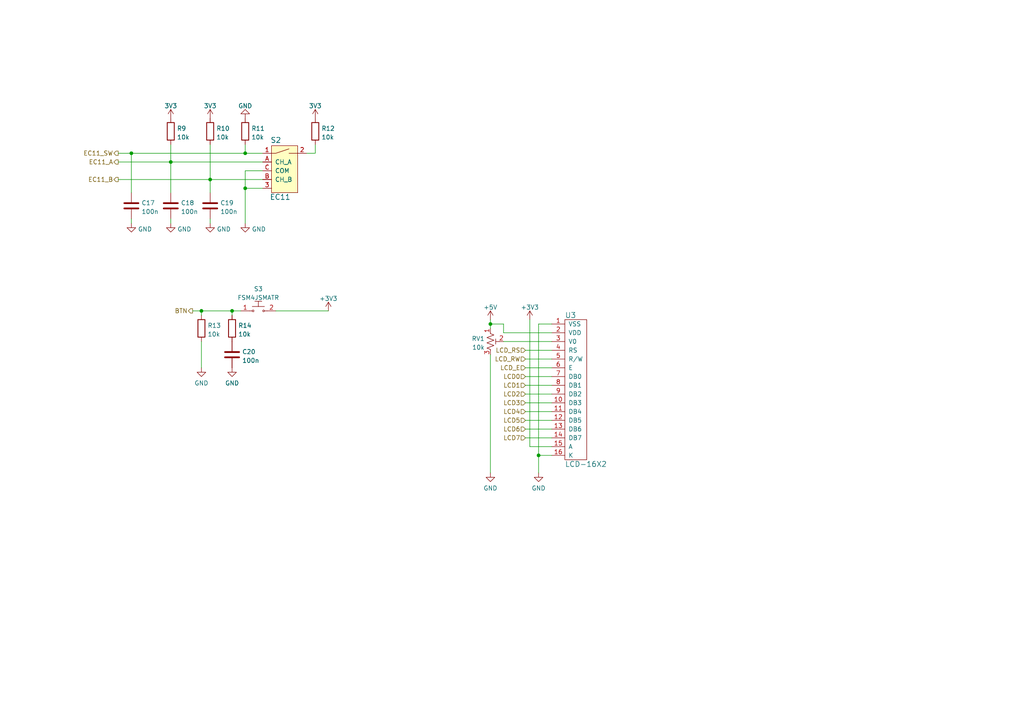
<source format=kicad_sch>
(kicad_sch (version 20211123) (generator eeschema)

  (uuid af693465-b99a-4921-b00c-b62138a371d2)

  (paper "A4")

  (lib_symbols
    (symbol "Device:C" (pin_numbers hide) (pin_names (offset 0.254)) (in_bom yes) (on_board yes)
      (property "Reference" "C" (id 0) (at 0.635 2.54 0)
        (effects (font (size 1.27 1.27)) (justify left))
      )
      (property "Value" "C" (id 1) (at 0.635 -2.54 0)
        (effects (font (size 1.27 1.27)) (justify left))
      )
      (property "Footprint" "" (id 2) (at 0.9652 -3.81 0)
        (effects (font (size 1.27 1.27)) hide)
      )
      (property "Datasheet" "~" (id 3) (at 0 0 0)
        (effects (font (size 1.27 1.27)) hide)
      )
      (property "ki_keywords" "cap capacitor" (id 4) (at 0 0 0)
        (effects (font (size 1.27 1.27)) hide)
      )
      (property "ki_description" "Unpolarized capacitor" (id 5) (at 0 0 0)
        (effects (font (size 1.27 1.27)) hide)
      )
      (property "ki_fp_filters" "C_*" (id 6) (at 0 0 0)
        (effects (font (size 1.27 1.27)) hide)
      )
      (symbol "C_0_1"
        (polyline
          (pts
            (xy -2.032 -0.762)
            (xy 2.032 -0.762)
          )
          (stroke (width 0.508) (type default) (color 0 0 0 0))
          (fill (type none))
        )
        (polyline
          (pts
            (xy -2.032 0.762)
            (xy 2.032 0.762)
          )
          (stroke (width 0.508) (type default) (color 0 0 0 0))
          (fill (type none))
        )
      )
      (symbol "C_1_1"
        (pin passive line (at 0 3.81 270) (length 2.794)
          (name "~" (effects (font (size 1.27 1.27))))
          (number "1" (effects (font (size 1.27 1.27))))
        )
        (pin passive line (at 0 -3.81 90) (length 2.794)
          (name "~" (effects (font (size 1.27 1.27))))
          (number "2" (effects (font (size 1.27 1.27))))
        )
      )
    )
    (symbol "Device:R" (pin_numbers hide) (pin_names (offset 0)) (in_bom yes) (on_board yes)
      (property "Reference" "R" (id 0) (at 2.032 0 90)
        (effects (font (size 1.27 1.27)))
      )
      (property "Value" "R" (id 1) (at 0 0 90)
        (effects (font (size 1.27 1.27)))
      )
      (property "Footprint" "" (id 2) (at -1.778 0 90)
        (effects (font (size 1.27 1.27)) hide)
      )
      (property "Datasheet" "~" (id 3) (at 0 0 0)
        (effects (font (size 1.27 1.27)) hide)
      )
      (property "ki_keywords" "R res resistor" (id 4) (at 0 0 0)
        (effects (font (size 1.27 1.27)) hide)
      )
      (property "ki_description" "Resistor" (id 5) (at 0 0 0)
        (effects (font (size 1.27 1.27)) hide)
      )
      (property "ki_fp_filters" "R_*" (id 6) (at 0 0 0)
        (effects (font (size 1.27 1.27)) hide)
      )
      (symbol "R_0_1"
        (rectangle (start -1.016 -2.54) (end 1.016 2.54)
          (stroke (width 0.254) (type default) (color 0 0 0 0))
          (fill (type none))
        )
      )
      (symbol "R_1_1"
        (pin passive line (at 0 3.81 270) (length 1.27)
          (name "~" (effects (font (size 1.27 1.27))))
          (number "1" (effects (font (size 1.27 1.27))))
        )
        (pin passive line (at 0 -3.81 90) (length 1.27)
          (name "~" (effects (font (size 1.27 1.27))))
          (number "2" (effects (font (size 1.27 1.27))))
        )
      )
    )
    (symbol "Device:R_Potentiometer_Trim_US" (pin_names (offset 1.016) hide) (in_bom yes) (on_board yes)
      (property "Reference" "RV" (id 0) (at -4.445 0 90)
        (effects (font (size 1.27 1.27)))
      )
      (property "Value" "R_Potentiometer_Trim_US" (id 1) (at -2.54 0 90)
        (effects (font (size 1.27 1.27)))
      )
      (property "Footprint" "" (id 2) (at 0 0 0)
        (effects (font (size 1.27 1.27)) hide)
      )
      (property "Datasheet" "~" (id 3) (at 0 0 0)
        (effects (font (size 1.27 1.27)) hide)
      )
      (property "ki_keywords" "resistor variable trimpot trimmer" (id 4) (at 0 0 0)
        (effects (font (size 1.27 1.27)) hide)
      )
      (property "ki_description" "Trim-potentiometer, US symbol" (id 5) (at 0 0 0)
        (effects (font (size 1.27 1.27)) hide)
      )
      (property "ki_fp_filters" "Potentiometer*" (id 6) (at 0 0 0)
        (effects (font (size 1.27 1.27)) hide)
      )
      (symbol "R_Potentiometer_Trim_US_0_1"
        (polyline
          (pts
            (xy 0 -2.286)
            (xy 0 -2.54)
          )
          (stroke (width 0) (type default) (color 0 0 0 0))
          (fill (type none))
        )
        (polyline
          (pts
            (xy 0 2.286)
            (xy 0 2.54)
          )
          (stroke (width 0) (type default) (color 0 0 0 0))
          (fill (type none))
        )
        (polyline
          (pts
            (xy 1.524 0.762)
            (xy 1.524 -0.762)
          )
          (stroke (width 0) (type default) (color 0 0 0 0))
          (fill (type none))
        )
        (polyline
          (pts
            (xy 2.54 0)
            (xy 1.524 0)
          )
          (stroke (width 0) (type default) (color 0 0 0 0))
          (fill (type none))
        )
        (polyline
          (pts
            (xy 0 -0.762)
            (xy 1.016 -1.143)
            (xy 0 -1.524)
            (xy -1.016 -1.905)
            (xy 0 -2.286)
          )
          (stroke (width 0) (type default) (color 0 0 0 0))
          (fill (type none))
        )
        (polyline
          (pts
            (xy 0 0.762)
            (xy 1.016 0.381)
            (xy 0 0)
            (xy -1.016 -0.381)
            (xy 0 -0.762)
          )
          (stroke (width 0) (type default) (color 0 0 0 0))
          (fill (type none))
        )
        (polyline
          (pts
            (xy 0 2.286)
            (xy 1.016 1.905)
            (xy 0 1.524)
            (xy -1.016 1.143)
            (xy 0 0.762)
          )
          (stroke (width 0) (type default) (color 0 0 0 0))
          (fill (type none))
        )
      )
      (symbol "R_Potentiometer_Trim_US_1_1"
        (pin passive line (at 0 3.81 270) (length 1.27)
          (name "1" (effects (font (size 1.27 1.27))))
          (number "1" (effects (font (size 1.27 1.27))))
        )
        (pin passive line (at 3.81 0 180) (length 1.27)
          (name "2" (effects (font (size 1.27 1.27))))
          (number "2" (effects (font (size 1.27 1.27))))
        )
        (pin passive line (at 0 -3.81 90) (length 1.27)
          (name "3" (effects (font (size 1.27 1.27))))
          (number "3" (effects (font (size 1.27 1.27))))
        )
      )
    )
    (symbol "dk_Encoders:PEC11R-4215F-S0024" (pin_names (offset 1.016)) (in_bom yes) (on_board yes)
      (property "Reference" "S" (id 0) (at -1.27 5.715 0)
        (effects (font (size 1.524 1.524)))
      )
      (property "Value" "PEC11R-4215F-S0024" (id 1) (at -1.27 -9.906 0)
        (effects (font (size 1.524 1.524)))
      )
      (property "Footprint" "digikey-footprints:Rotary_Encoder_Switched_PEC11R" (id 2) (at 5.08 5.08 0)
        (effects (font (size 1.524 1.524)) (justify left) hide)
      )
      (property "Datasheet" "https://www.bourns.com/docs/Product-Datasheets/PEC11R.pdf" (id 3) (at 5.08 7.62 0)
        (effects (font (size 1.524 1.524)) (justify left) hide)
      )
      (property "Digi-Key_PN" "PEC11R-4215F-S0024-ND" (id 4) (at 5.08 10.16 0)
        (effects (font (size 1.524 1.524)) (justify left) hide)
      )
      (property "MPN" "PEC11R-4215F-S0024" (id 5) (at 5.08 12.7 0)
        (effects (font (size 1.524 1.524)) (justify left) hide)
      )
      (property "Category" "Sensors, Transducers" (id 6) (at 5.08 15.24 0)
        (effects (font (size 1.524 1.524)) (justify left) hide)
      )
      (property "Family" "Encoders" (id 7) (at 5.08 17.78 0)
        (effects (font (size 1.524 1.524)) (justify left) hide)
      )
      (property "DK_Datasheet_Link" "https://www.bourns.com/docs/Product-Datasheets/PEC11R.pdf" (id 8) (at 5.08 20.32 0)
        (effects (font (size 1.524 1.524)) (justify left) hide)
      )
      (property "DK_Detail_Page" "/product-detail/en/bourns-inc/PEC11R-4215F-S0024/PEC11R-4215F-S0024-ND/4499665" (id 9) (at 5.08 22.86 0)
        (effects (font (size 1.524 1.524)) (justify left) hide)
      )
      (property "Description" "ROTARY ENCODER MECHANICAL 24PPR" (id 10) (at 5.08 25.4 0)
        (effects (font (size 1.524 1.524)) (justify left) hide)
      )
      (property "Manufacturer" "Bourns Inc." (id 11) (at 5.08 27.94 0)
        (effects (font (size 1.524 1.524)) (justify left) hide)
      )
      (property "Status" "Active" (id 12) (at 5.08 30.48 0)
        (effects (font (size 1.524 1.524)) (justify left) hide)
      )
      (property "ki_keywords" "PEC11R-4215F-S0024-ND PEC11R" (id 13) (at 0 0 0)
        (effects (font (size 1.27 1.27)) hide)
      )
      (property "ki_description" "ROTARY ENCODER MECHANICAL 24PPR" (id 14) (at 0 0 0)
        (effects (font (size 1.27 1.27)) hide)
      )
      (symbol "PEC11R-4215F-S0024_0_1"
        (rectangle (start -5.08 4.699) (end 2.54 -8.89)
          (stroke (width 0) (type default) (color 0 0 0 0))
          (fill (type background))
        )
        (polyline
          (pts
            (xy 0 2.54)
            (xy 2.54 2.54)
          )
          (stroke (width 0) (type default) (color 0 0 0 0))
          (fill (type none))
        )
        (polyline
          (pts
            (xy -5.08 2.54)
            (xy -3.81 2.54)
            (xy 0 3.81)
          )
          (stroke (width 0) (type default) (color 0 0 0 0))
          (fill (type none))
        )
      )
      (symbol "PEC11R-4215F-S0024_1_1"
        (pin bidirectional line (at -7.62 2.54 0) (length 2.54)
          (name "~" (effects (font (size 1.27 1.27))))
          (number "1" (effects (font (size 1.27 1.27))))
        )
        (pin bidirectional line (at 5.08 2.54 180) (length 2.54)
          (name "~" (effects (font (size 1.27 1.27))))
          (number "2" (effects (font (size 1.27 1.27))))
        )
        (pin unspecified line (at -7.62 -7.62 0) (length 2.54)
          (name "~" (effects (font (size 1.27 1.27))))
          (number "3" (effects (font (size 1.27 1.27))))
        )
        (pin bidirectional line (at -7.62 0 0) (length 2.54)
          (name "CH_A" (effects (font (size 1.27 1.27))))
          (number "A" (effects (font (size 1.27 1.27))))
        )
        (pin bidirectional line (at -7.62 -5.08 0) (length 2.54)
          (name "CH_B" (effects (font (size 1.27 1.27))))
          (number "B" (effects (font (size 1.27 1.27))))
        )
        (pin input line (at -7.62 -2.54 0) (length 2.54)
          (name "COM" (effects (font (size 1.27 1.27))))
          (number "C" (effects (font (size 1.27 1.27))))
        )
      )
    )
    (symbol "dk_Pushbutton-Switches:GPTS203211B" (pin_names (offset 1.016)) (in_bom yes) (on_board yes)
      (property "Reference" "S" (id 0) (at -3.81 3.81 0)
        (effects (font (size 1.27 1.27)))
      )
      (property "Value" "GPTS203211B" (id 1) (at 0 -2.54 0)
        (effects (font (size 1.27 1.27)))
      )
      (property "Footprint" "digikey-footprints:PushButton_12x12mm_THT_GPTS203211B" (id 2) (at 5.08 5.08 0)
        (effects (font (size 1.27 1.27)) (justify left) hide)
      )
      (property "Datasheet" "http://switches-connectors-custom.cwind.com/Asset/GPTS203211BR2.pdf" (id 3) (at 5.08 7.62 0)
        (effects (font (size 1.524 1.524)) (justify left) hide)
      )
      (property "Digi-Key_PN" "CW181-ND" (id 4) (at 5.08 10.16 0)
        (effects (font (size 1.524 1.524)) (justify left) hide)
      )
      (property "MPN" "GPTS203211B" (id 5) (at 5.08 12.7 0)
        (effects (font (size 1.524 1.524)) (justify left) hide)
      )
      (property "Category" "Switches" (id 6) (at 5.08 15.24 0)
        (effects (font (size 1.524 1.524)) (justify left) hide)
      )
      (property "Family" "Pushbutton Switches" (id 7) (at 5.08 17.78 0)
        (effects (font (size 1.524 1.524)) (justify left) hide)
      )
      (property "DK_Datasheet_Link" "http://switches-connectors-custom.cwind.com/Asset/GPTS203211BR2.pdf" (id 8) (at 5.08 20.32 0)
        (effects (font (size 1.524 1.524)) (justify left) hide)
      )
      (property "DK_Detail_Page" "/product-detail/en/cw-industries/GPTS203211B/CW181-ND/3190590" (id 9) (at 5.08 22.86 0)
        (effects (font (size 1.524 1.524)) (justify left) hide)
      )
      (property "Description" "SWITCH PUSHBUTTON SPST 1A 30V" (id 10) (at 5.08 25.4 0)
        (effects (font (size 1.524 1.524)) (justify left) hide)
      )
      (property "Manufacturer" "CW Industries" (id 11) (at 5.08 27.94 0)
        (effects (font (size 1.524 1.524)) (justify left) hide)
      )
      (property "Status" "Active" (id 12) (at 5.08 30.48 0)
        (effects (font (size 1.524 1.524)) (justify left) hide)
      )
      (property "ki_keywords" "CW181-ND GPTS" (id 13) (at 0 0 0)
        (effects (font (size 1.27 1.27)) hide)
      )
      (property "ki_description" "SWITCH PUSHBUTTON SPST 1A 30V" (id 14) (at 0 0 0)
        (effects (font (size 1.27 1.27)) hide)
      )
      (symbol "GPTS203211B_0_1"
        (circle (center -1.524 0) (radius 0.254)
          (stroke (width 0) (type default) (color 0 0 0 0))
          (fill (type none))
        )
        (polyline
          (pts
            (xy -2.54 0)
            (xy -1.778 0)
          )
          (stroke (width 0) (type default) (color 0 0 0 0))
          (fill (type none))
        )
        (polyline
          (pts
            (xy -1.778 1.27)
            (xy 1.778 1.27)
          )
          (stroke (width 0) (type default) (color 0 0 0 0))
          (fill (type none))
        )
        (polyline
          (pts
            (xy -1.016 2.794)
            (xy 1.016 2.794)
          )
          (stroke (width 0) (type default) (color 0 0 0 0))
          (fill (type none))
        )
        (polyline
          (pts
            (xy 0 1.27)
            (xy 0 2.794)
          )
          (stroke (width 0) (type default) (color 0 0 0 0))
          (fill (type none))
        )
        (polyline
          (pts
            (xy 2.54 0)
            (xy 1.778 0)
          )
          (stroke (width 0) (type default) (color 0 0 0 0))
          (fill (type none))
        )
        (circle (center 1.524 0) (radius 0.254)
          (stroke (width 0) (type default) (color 0 0 0 0))
          (fill (type none))
        )
      )
      (symbol "GPTS203211B_1_1"
        (pin passive line (at -5.08 0 0) (length 2.54)
          (name "~" (effects (font (size 1.27 1.27))))
          (number "1" (effects (font (size 1.27 1.27))))
        )
        (pin passive line (at 5.08 0 180) (length 2.54)
          (name "~" (effects (font (size 1.27 1.27))))
          (number "2" (effects (font (size 1.27 1.27))))
        )
      )
    )
    (symbol "power:+3V3" (power) (pin_names (offset 0)) (in_bom yes) (on_board yes)
      (property "Reference" "#PWR" (id 0) (at 0 -3.81 0)
        (effects (font (size 1.27 1.27)) hide)
      )
      (property "Value" "+3V3" (id 1) (at 0 3.556 0)
        (effects (font (size 1.27 1.27)))
      )
      (property "Footprint" "" (id 2) (at 0 0 0)
        (effects (font (size 1.27 1.27)) hide)
      )
      (property "Datasheet" "" (id 3) (at 0 0 0)
        (effects (font (size 1.27 1.27)) hide)
      )
      (property "ki_keywords" "power-flag" (id 4) (at 0 0 0)
        (effects (font (size 1.27 1.27)) hide)
      )
      (property "ki_description" "Power symbol creates a global label with name \"+3V3\"" (id 5) (at 0 0 0)
        (effects (font (size 1.27 1.27)) hide)
      )
      (symbol "+3V3_0_1"
        (polyline
          (pts
            (xy -0.762 1.27)
            (xy 0 2.54)
          )
          (stroke (width 0) (type default) (color 0 0 0 0))
          (fill (type none))
        )
        (polyline
          (pts
            (xy 0 0)
            (xy 0 2.54)
          )
          (stroke (width 0) (type default) (color 0 0 0 0))
          (fill (type none))
        )
        (polyline
          (pts
            (xy 0 2.54)
            (xy 0.762 1.27)
          )
          (stroke (width 0) (type default) (color 0 0 0 0))
          (fill (type none))
        )
      )
      (symbol "+3V3_1_1"
        (pin power_in line (at 0 0 90) (length 0) hide
          (name "+3V3" (effects (font (size 1.27 1.27))))
          (number "1" (effects (font (size 1.27 1.27))))
        )
      )
    )
    (symbol "power:GND" (power) (pin_names (offset 0)) (in_bom yes) (on_board yes)
      (property "Reference" "#PWR" (id 0) (at 0 -6.35 0)
        (effects (font (size 1.27 1.27)) hide)
      )
      (property "Value" "GND" (id 1) (at 0 -3.81 0)
        (effects (font (size 1.27 1.27)))
      )
      (property "Footprint" "" (id 2) (at 0 0 0)
        (effects (font (size 1.27 1.27)) hide)
      )
      (property "Datasheet" "" (id 3) (at 0 0 0)
        (effects (font (size 1.27 1.27)) hide)
      )
      (property "ki_keywords" "power-flag" (id 4) (at 0 0 0)
        (effects (font (size 1.27 1.27)) hide)
      )
      (property "ki_description" "Power symbol creates a global label with name \"GND\" , ground" (id 5) (at 0 0 0)
        (effects (font (size 1.27 1.27)) hide)
      )
      (symbol "GND_0_1"
        (polyline
          (pts
            (xy 0 0)
            (xy 0 -1.27)
            (xy 1.27 -1.27)
            (xy 0 -2.54)
            (xy -1.27 -1.27)
            (xy 0 -1.27)
          )
          (stroke (width 0) (type default) (color 0 0 0 0))
          (fill (type none))
        )
      )
      (symbol "GND_1_1"
        (pin power_in line (at 0 0 270) (length 0) hide
          (name "GND" (effects (font (size 1.27 1.27))))
          (number "1" (effects (font (size 1.27 1.27))))
        )
      )
    )
    (symbol "tinkerforge:+5V" (power) (pin_names (offset 0)) (in_bom yes) (on_board yes)
      (property "Reference" "#PWR" (id 0) (at 0 -3.81 0)
        (effects (font (size 1.27 1.27)) hide)
      )
      (property "Value" "+5V" (id 1) (at 0 3.556 0)
        (effects (font (size 1.27 1.27)))
      )
      (property "Footprint" "" (id 2) (at 0 0 0)
        (effects (font (size 1.27 1.27)))
      )
      (property "Datasheet" "" (id 3) (at 0 0 0)
        (effects (font (size 1.27 1.27)))
      )
      (symbol "+5V_0_1"
        (polyline
          (pts
            (xy -0.762 1.27)
            (xy 0 2.54)
          )
          (stroke (width 0) (type default) (color 0 0 0 0))
          (fill (type none))
        )
        (polyline
          (pts
            (xy 0 0)
            (xy 0 2.54)
          )
          (stroke (width 0) (type default) (color 0 0 0 0))
          (fill (type none))
        )
        (polyline
          (pts
            (xy 0 2.54)
            (xy 0.762 1.27)
          )
          (stroke (width 0) (type default) (color 0 0 0 0))
          (fill (type none))
        )
      )
      (symbol "+5V_1_1"
        (pin power_in line (at 0 0 90) (length 0) hide
          (name "+5V" (effects (font (size 1.27 1.27))))
          (number "1" (effects (font (size 1.27 1.27))))
        )
      )
    )
    (symbol "tinkerforge:3V3" (power) (pin_names (offset 0)) (in_bom yes) (on_board yes)
      (property "Reference" "#PWR" (id 0) (at 0 -3.81 0)
        (effects (font (size 1.27 1.27)) hide)
      )
      (property "Value" "3V3" (id 1) (at 0 3.556 0)
        (effects (font (size 1.27 1.27)))
      )
      (property "Footprint" "" (id 2) (at 0 0 0)
        (effects (font (size 1.27 1.27)))
      )
      (property "Datasheet" "" (id 3) (at 0 0 0)
        (effects (font (size 1.27 1.27)))
      )
      (symbol "3V3_0_1"
        (polyline
          (pts
            (xy -0.762 1.27)
            (xy 0 2.54)
          )
          (stroke (width 0) (type default) (color 0 0 0 0))
          (fill (type none))
        )
        (polyline
          (pts
            (xy 0 0)
            (xy 0 2.54)
          )
          (stroke (width 0) (type default) (color 0 0 0 0))
          (fill (type none))
        )
        (polyline
          (pts
            (xy 0 2.54)
            (xy 0.762 1.27)
          )
          (stroke (width 0) (type default) (color 0 0 0 0))
          (fill (type none))
        )
      )
      (symbol "3V3_1_1"
        (pin power_in line (at 0 0 90) (length 0) hide
          (name "3V3" (effects (font (size 1.27 1.27))))
          (number "1" (effects (font (size 1.27 1.27))))
        )
      )
    )
    (symbol "tinkerforge:LCD-20X4" (pin_names (offset 1.016)) (in_bom yes) (on_board yes)
      (property "Reference" "U" (id 0) (at 0 22.86 0)
        (effects (font (size 1.524 1.524)))
      )
      (property "Value" "LCD-20X4" (id 1) (at 1.27 -21.59 0)
        (effects (font (size 1.524 1.524)))
      )
      (property "Footprint" "" (id 2) (at 0 0 0)
        (effects (font (size 1.524 1.524)))
      )
      (property "Datasheet" "" (id 3) (at 0 0 0)
        (effects (font (size 1.524 1.524)))
      )
      (symbol "LCD-20X4_0_1"
        (rectangle (start 0 20.32) (end 6.35 -20.32)
          (stroke (width 0) (type default) (color 0 0 0 0))
          (fill (type none))
        )
      )
      (symbol "LCD-20X4_1_1"
        (pin passive line (at -3.81 19.05 0) (length 3.81)
          (name "VSS" (effects (font (size 1.27 1.27))))
          (number "1" (effects (font (size 1.27 1.27))))
        )
        (pin passive line (at -3.81 -3.81 0) (length 3.81)
          (name "DB3" (effects (font (size 1.27 1.27))))
          (number "10" (effects (font (size 1.27 1.27))))
        )
        (pin passive line (at -3.81 -6.35 0) (length 3.81)
          (name "DB4" (effects (font (size 1.27 1.27))))
          (number "11" (effects (font (size 1.27 1.27))))
        )
        (pin passive line (at -3.81 -8.89 0) (length 3.81)
          (name "DB5" (effects (font (size 1.27 1.27))))
          (number "12" (effects (font (size 1.27 1.27))))
        )
        (pin passive line (at -3.81 -11.43 0) (length 3.81)
          (name "DB6" (effects (font (size 1.27 1.27))))
          (number "13" (effects (font (size 1.27 1.27))))
        )
        (pin passive line (at -3.81 -13.97 0) (length 3.81)
          (name "DB7" (effects (font (size 1.27 1.27))))
          (number "14" (effects (font (size 1.27 1.27))))
        )
        (pin passive line (at -3.81 -16.51 0) (length 3.81)
          (name "A" (effects (font (size 1.27 1.27))))
          (number "15" (effects (font (size 1.27 1.27))))
        )
        (pin passive line (at -3.81 -19.05 0) (length 3.81)
          (name "K" (effects (font (size 1.27 1.27))))
          (number "16" (effects (font (size 1.27 1.27))))
        )
        (pin passive line (at -3.81 16.51 0) (length 3.81)
          (name "VDD" (effects (font (size 1.27 1.27))))
          (number "2" (effects (font (size 1.27 1.27))))
        )
        (pin passive line (at -3.81 13.97 0) (length 3.81)
          (name "V0" (effects (font (size 1.27 1.27))))
          (number "3" (effects (font (size 1.27 1.27))))
        )
        (pin passive line (at -3.81 11.43 0) (length 3.81)
          (name "RS" (effects (font (size 1.27 1.27))))
          (number "4" (effects (font (size 1.27 1.27))))
        )
        (pin passive line (at -3.81 8.89 0) (length 3.81)
          (name "R/W" (effects (font (size 1.27 1.27))))
          (number "5" (effects (font (size 1.27 1.27))))
        )
        (pin passive line (at -3.81 6.35 0) (length 3.81)
          (name "E" (effects (font (size 1.27 1.27))))
          (number "6" (effects (font (size 1.27 1.27))))
        )
        (pin passive line (at -3.81 3.81 0) (length 3.81)
          (name "DB0" (effects (font (size 1.27 1.27))))
          (number "7" (effects (font (size 1.27 1.27))))
        )
        (pin passive line (at -3.81 1.27 0) (length 3.81)
          (name "DB1" (effects (font (size 1.27 1.27))))
          (number "8" (effects (font (size 1.27 1.27))))
        )
        (pin passive line (at -3.81 -1.27 0) (length 3.81)
          (name "DB2" (effects (font (size 1.27 1.27))))
          (number "9" (effects (font (size 1.27 1.27))))
        )
      )
    )
  )

  (junction (at 67.31 90.17) (diameter 0) (color 0 0 0 0)
    (uuid 10b14e66-af54-41fc-a17f-6244dded7faa)
  )
  (junction (at 38.1 44.45) (diameter 0) (color 0 0 0 0)
    (uuid 650abd94-7f96-40a4-97a9-4cc33b0051ec)
  )
  (junction (at 49.53 46.99) (diameter 0) (color 0 0 0 0)
    (uuid 6ca2346e-1f81-4f1d-b729-733808053f09)
  )
  (junction (at 156.21 132.08) (diameter 0) (color 0 0 0 0)
    (uuid 8676e3ca-d4c3-4cc2-b955-bdc13d46bf76)
  )
  (junction (at 58.42 90.17) (diameter 0) (color 0 0 0 0)
    (uuid b15d9979-c2f9-4255-b551-c773d154f8a7)
  )
  (junction (at 142.24 93.98) (diameter 0) (color 0 0 0 0)
    (uuid cb5631a9-6215-4e20-830f-54ea7f6f15fc)
  )
  (junction (at 71.12 54.61) (diameter 0) (color 0 0 0 0)
    (uuid cbf757ba-782c-4039-84ab-fe62f394b1e3)
  )
  (junction (at 71.12 44.45) (diameter 0) (color 0 0 0 0)
    (uuid ccde624f-d167-42bc-aa79-696812173ddc)
  )
  (junction (at 60.96 52.07) (diameter 0) (color 0 0 0 0)
    (uuid ea57b0d0-8be7-4403-a392-deb5199a667d)
  )

  (wire (pts (xy 49.53 64.77) (xy 49.53 63.5))
    (stroke (width 0) (type default) (color 0 0 0 0))
    (uuid 07a4a56a-a79f-4544-b6ba-1d57c224c2aa)
  )
  (wire (pts (xy 71.12 41.91) (xy 71.12 44.45))
    (stroke (width 0) (type default) (color 0 0 0 0))
    (uuid 1669182a-5bf6-4b9c-8218-39a9b40f23bd)
  )
  (wire (pts (xy 156.21 93.98) (xy 160.02 93.98))
    (stroke (width 0) (type default) (color 0 0 0 0))
    (uuid 1a93a6ab-a0af-4ebe-863c-afabf223af6f)
  )
  (wire (pts (xy 58.42 90.17) (xy 55.88 90.17))
    (stroke (width 0) (type default) (color 0 0 0 0))
    (uuid 1f136752-8b6e-496d-96bd-0e0f985a4ff2)
  )
  (wire (pts (xy 71.12 44.45) (xy 76.2 44.45))
    (stroke (width 0) (type default) (color 0 0 0 0))
    (uuid 2859feef-a36b-45cd-9bac-d327478085a0)
  )
  (wire (pts (xy 34.29 46.99) (xy 49.53 46.99))
    (stroke (width 0) (type default) (color 0 0 0 0))
    (uuid 2ba56b7f-6d23-4dfa-89fe-5c7e8550c986)
  )
  (wire (pts (xy 76.2 49.53) (xy 71.12 49.53))
    (stroke (width 0) (type default) (color 0 0 0 0))
    (uuid 2d1d6425-b8f5-4fcc-bb14-53b57c825c4a)
  )
  (wire (pts (xy 142.24 93.98) (xy 146.05 93.98))
    (stroke (width 0) (type default) (color 0 0 0 0))
    (uuid 33ecbcd9-8299-449b-ae72-66516fc57a2c)
  )
  (wire (pts (xy 67.31 90.17) (xy 58.42 90.17))
    (stroke (width 0) (type default) (color 0 0 0 0))
    (uuid 349f3a16-4917-4c7c-b334-75af98b2cc9b)
  )
  (wire (pts (xy 71.12 54.61) (xy 76.2 54.61))
    (stroke (width 0) (type default) (color 0 0 0 0))
    (uuid 44b9ac35-96d1-480d-b5be-2d6ffbe3194b)
  )
  (wire (pts (xy 91.44 44.45) (xy 88.9 44.45))
    (stroke (width 0) (type default) (color 0 0 0 0))
    (uuid 4525a795-5530-4d92-a398-e57f546f7a21)
  )
  (wire (pts (xy 156.21 93.98) (xy 156.21 132.08))
    (stroke (width 0) (type default) (color 0 0 0 0))
    (uuid 4977c031-8f6e-4d0c-a131-0f781c4f2a42)
  )
  (wire (pts (xy 142.24 93.98) (xy 142.24 92.71))
    (stroke (width 0) (type default) (color 0 0 0 0))
    (uuid 4bb770b8-d8f7-43d4-a759-774cd5198742)
  )
  (wire (pts (xy 60.96 52.07) (xy 60.96 55.88))
    (stroke (width 0) (type default) (color 0 0 0 0))
    (uuid 4d57d7c2-cf98-4131-bdd5-46ecac858bf9)
  )
  (wire (pts (xy 49.53 46.99) (xy 76.2 46.99))
    (stroke (width 0) (type default) (color 0 0 0 0))
    (uuid 4e0afbe8-2d6f-4fd6-a42e-660d2f2794f1)
  )
  (wire (pts (xy 80.01 90.17) (xy 95.25 90.17))
    (stroke (width 0) (type default) (color 0 0 0 0))
    (uuid 4fb9d3be-75a2-4c5f-a292-2784730ccd0e)
  )
  (wire (pts (xy 38.1 44.45) (xy 38.1 55.88))
    (stroke (width 0) (type default) (color 0 0 0 0))
    (uuid 5088b9b4-17aa-4f0c-813e-50138e6956f2)
  )
  (wire (pts (xy 152.4 119.38) (xy 160.02 119.38))
    (stroke (width 0) (type default) (color 0 0 0 0))
    (uuid 51596ccc-1465-429a-9c2c-9f73f9ec8b2b)
  )
  (wire (pts (xy 58.42 91.44) (xy 58.42 90.17))
    (stroke (width 0) (type default) (color 0 0 0 0))
    (uuid 568406a0-e9f1-442a-95d9-af68d03506cc)
  )
  (wire (pts (xy 58.42 106.68) (xy 58.42 99.06))
    (stroke (width 0) (type default) (color 0 0 0 0))
    (uuid 5762eddf-caa0-48f1-82d9-9db73b7aed94)
  )
  (wire (pts (xy 152.4 111.76) (xy 160.02 111.76))
    (stroke (width 0) (type default) (color 0 0 0 0))
    (uuid 5b45700a-f9bc-4fc1-9e0e-c18e51d445fa)
  )
  (wire (pts (xy 49.53 41.91) (xy 49.53 46.99))
    (stroke (width 0) (type default) (color 0 0 0 0))
    (uuid 5f0f619c-865e-4dcb-b5db-32fbdbb6a8b0)
  )
  (wire (pts (xy 152.4 124.46) (xy 160.02 124.46))
    (stroke (width 0) (type default) (color 0 0 0 0))
    (uuid 6067f38e-a123-49d5-81eb-63aea3a206d0)
  )
  (wire (pts (xy 34.29 52.07) (xy 60.96 52.07))
    (stroke (width 0) (type default) (color 0 0 0 0))
    (uuid 655ae1c7-a155-413a-913c-a450f275c201)
  )
  (wire (pts (xy 146.05 93.98) (xy 146.05 96.52))
    (stroke (width 0) (type default) (color 0 0 0 0))
    (uuid 660255a8-9125-4baf-9708-c705ee1e26df)
  )
  (wire (pts (xy 152.4 121.92) (xy 160.02 121.92))
    (stroke (width 0) (type default) (color 0 0 0 0))
    (uuid 68b13d69-f69e-427e-9d38-7aa0eb614d1b)
  )
  (wire (pts (xy 152.4 101.6) (xy 160.02 101.6))
    (stroke (width 0) (type default) (color 0 0 0 0))
    (uuid 7422c649-06ab-45a5-812c-a3af05f5fe39)
  )
  (wire (pts (xy 146.05 96.52) (xy 160.02 96.52))
    (stroke (width 0) (type default) (color 0 0 0 0))
    (uuid 751a5b27-3f45-4b29-a1ea-4c5bc8ce2a6b)
  )
  (wire (pts (xy 60.96 52.07) (xy 76.2 52.07))
    (stroke (width 0) (type default) (color 0 0 0 0))
    (uuid 75c000fc-c99d-4e6f-a219-5b5f25c20319)
  )
  (wire (pts (xy 142.24 93.98) (xy 142.24 95.25))
    (stroke (width 0) (type default) (color 0 0 0 0))
    (uuid 77044d79-90e5-4e35-ab44-1fc8e7ef4214)
  )
  (wire (pts (xy 146.05 99.06) (xy 160.02 99.06))
    (stroke (width 0) (type default) (color 0 0 0 0))
    (uuid 784e1991-29b3-4a9d-85a2-b560440bd7e7)
  )
  (wire (pts (xy 34.29 44.45) (xy 38.1 44.45))
    (stroke (width 0) (type default) (color 0 0 0 0))
    (uuid 867aa786-73d4-4b3d-8846-607414adc86e)
  )
  (wire (pts (xy 152.4 104.14) (xy 160.02 104.14))
    (stroke (width 0) (type default) (color 0 0 0 0))
    (uuid 922b1915-dbe4-42e6-baf2-11720ad88ac1)
  )
  (wire (pts (xy 60.96 41.91) (xy 60.96 52.07))
    (stroke (width 0) (type default) (color 0 0 0 0))
    (uuid 9334f469-f0b4-4c75-b923-465824d20939)
  )
  (wire (pts (xy 49.53 46.99) (xy 49.53 55.88))
    (stroke (width 0) (type default) (color 0 0 0 0))
    (uuid 99787ab5-ae0f-4dc1-9e6f-c5388fd9cbef)
  )
  (wire (pts (xy 67.31 91.44) (xy 67.31 90.17))
    (stroke (width 0) (type default) (color 0 0 0 0))
    (uuid 9aae11f7-c657-47d1-ab6f-737eaf7f12fb)
  )
  (wire (pts (xy 152.4 116.84) (xy 160.02 116.84))
    (stroke (width 0) (type default) (color 0 0 0 0))
    (uuid 9cb17876-e653-4be6-af3f-776c729977c0)
  )
  (wire (pts (xy 152.4 127) (xy 160.02 127))
    (stroke (width 0) (type default) (color 0 0 0 0))
    (uuid abc812c2-41bc-4865-a7e2-de080ffc0c5e)
  )
  (wire (pts (xy 71.12 54.61) (xy 71.12 64.77))
    (stroke (width 0) (type default) (color 0 0 0 0))
    (uuid b2611a70-03a5-4045-a429-58eb03f33f07)
  )
  (wire (pts (xy 60.96 64.77) (xy 60.96 63.5))
    (stroke (width 0) (type default) (color 0 0 0 0))
    (uuid b27548cc-f78b-4674-b0fc-aff6f418b15e)
  )
  (wire (pts (xy 156.21 132.08) (xy 160.02 132.08))
    (stroke (width 0) (type default) (color 0 0 0 0))
    (uuid b55e892e-fa78-4365-8b2c-40d160f6d619)
  )
  (wire (pts (xy 152.4 106.68) (xy 160.02 106.68))
    (stroke (width 0) (type default) (color 0 0 0 0))
    (uuid b899b4db-5caa-41cd-9c4e-d0f3c943fae7)
  )
  (wire (pts (xy 71.12 49.53) (xy 71.12 54.61))
    (stroke (width 0) (type default) (color 0 0 0 0))
    (uuid b8c9eb91-e9eb-47ed-a72a-75af8377f8df)
  )
  (wire (pts (xy 38.1 64.77) (xy 38.1 63.5))
    (stroke (width 0) (type default) (color 0 0 0 0))
    (uuid bf45c24e-58dc-4fa0-a1ed-87bf7eead3ab)
  )
  (wire (pts (xy 38.1 44.45) (xy 71.12 44.45))
    (stroke (width 0) (type default) (color 0 0 0 0))
    (uuid bf5e4685-6194-45d3-8b84-a084d361905b)
  )
  (wire (pts (xy 142.24 102.87) (xy 142.24 137.16))
    (stroke (width 0) (type default) (color 0 0 0 0))
    (uuid c067e3a3-3f88-43ad-bc11-e9942f2985e0)
  )
  (wire (pts (xy 67.31 90.17) (xy 69.85 90.17))
    (stroke (width 0) (type default) (color 0 0 0 0))
    (uuid ca69e4db-3dfb-466a-b18e-e528f951bb5b)
  )
  (wire (pts (xy 153.67 129.54) (xy 160.02 129.54))
    (stroke (width 0) (type default) (color 0 0 0 0))
    (uuid e014b3fa-4497-4c6f-b79a-7706fcef95cc)
  )
  (wire (pts (xy 152.4 109.22) (xy 160.02 109.22))
    (stroke (width 0) (type default) (color 0 0 0 0))
    (uuid e4bcaab7-a5f3-493b-9a2f-f6e528cebc96)
  )
  (wire (pts (xy 91.44 41.91) (xy 91.44 44.45))
    (stroke (width 0) (type default) (color 0 0 0 0))
    (uuid e4deb1b7-d00b-401d-a702-7817e6e4ea6d)
  )
  (wire (pts (xy 153.67 92.71) (xy 153.67 129.54))
    (stroke (width 0) (type default) (color 0 0 0 0))
    (uuid f5115d1f-e698-474a-b812-5cb1d7a198d8)
  )
  (wire (pts (xy 152.4 114.3) (xy 160.02 114.3))
    (stroke (width 0) (type default) (color 0 0 0 0))
    (uuid f59c6b47-739a-426d-8f80-d680a5cd235f)
  )
  (wire (pts (xy 156.21 132.08) (xy 156.21 137.16))
    (stroke (width 0) (type default) (color 0 0 0 0))
    (uuid fd7053c7-f4f8-437d-868c-c72504d196f8)
  )

  (hierarchical_label "LCD5" (shape input) (at 152.4 121.92 180)
    (effects (font (size 1.27 1.27)) (justify right))
    (uuid 08778d46-c63a-4cbb-9a37-a7570dd3129a)
  )
  (hierarchical_label "EC11_SW" (shape output) (at 34.29 44.45 180)
    (effects (font (size 1.27 1.27)) (justify right))
    (uuid 169f5b67-0c56-4e12-b1fd-559688a31190)
  )
  (hierarchical_label "BTN" (shape output) (at 55.88 90.17 180)
    (effects (font (size 1.27 1.27)) (justify right))
    (uuid 25ab5b7a-f5fe-4804-a152-2b4bd67f2b72)
  )
  (hierarchical_label "LCD1" (shape input) (at 152.4 111.76 180)
    (effects (font (size 1.27 1.27)) (justify right))
    (uuid 3cfa9da5-9ed8-4429-ba54-ef5e2138133c)
  )
  (hierarchical_label "LCD_RS" (shape input) (at 152.4 101.6 180)
    (effects (font (size 1.27 1.27)) (justify right))
    (uuid 56f91570-d35c-43e9-8aed-422259a7655e)
  )
  (hierarchical_label "LCD7" (shape input) (at 152.4 127 180)
    (effects (font (size 1.27 1.27)) (justify right))
    (uuid 5efbbcb2-0162-41b3-9461-062421cbb7fd)
  )
  (hierarchical_label "EC11_B" (shape output) (at 34.29 52.07 180)
    (effects (font (size 1.27 1.27)) (justify right))
    (uuid 6f315a14-f98c-4788-8667-e347037cd1fc)
  )
  (hierarchical_label "LCD_RW" (shape input) (at 152.4 104.14 180)
    (effects (font (size 1.27 1.27)) (justify right))
    (uuid 987a9971-8a0a-4af4-ba26-4bf92a0d694e)
  )
  (hierarchical_label "LCD_E" (shape input) (at 152.4 106.68 180)
    (effects (font (size 1.27 1.27)) (justify right))
    (uuid aad60310-8f30-4e75-8544-71c4ddac78b2)
  )
  (hierarchical_label "LCD0" (shape input) (at 152.4 109.22 180)
    (effects (font (size 1.27 1.27)) (justify right))
    (uuid ab810f6f-285f-4205-9e46-46ea23edaf96)
  )
  (hierarchical_label "LCD3" (shape input) (at 152.4 116.84 180)
    (effects (font (size 1.27 1.27)) (justify right))
    (uuid c05f636d-f8d6-4660-a7ad-8f006614eb8b)
  )
  (hierarchical_label "LCD4" (shape input) (at 152.4 119.38 180)
    (effects (font (size 1.27 1.27)) (justify right))
    (uuid cc3235ed-1701-4b53-8432-f7e7ac20936a)
  )
  (hierarchical_label "LCD6" (shape input) (at 152.4 124.46 180)
    (effects (font (size 1.27 1.27)) (justify right))
    (uuid d4397938-8369-4cbc-8f06-05650c46a702)
  )
  (hierarchical_label "LCD2" (shape input) (at 152.4 114.3 180)
    (effects (font (size 1.27 1.27)) (justify right))
    (uuid d7bf4fcc-6085-4b7b-b293-11c762aae28b)
  )
  (hierarchical_label "EC11_A" (shape output) (at 34.29 46.99 180)
    (effects (font (size 1.27 1.27)) (justify right))
    (uuid f8aeb631-042a-40d9-8e00-35ded9daa2e7)
  )

  (symbol (lib_id "Device:R") (at 91.44 38.1 0) (unit 1)
    (in_bom yes) (on_board yes) (fields_autoplaced)
    (uuid 0833e0f2-1ae1-49d6-9250-6f6021e9a6bc)
    (property "Reference" "R12" (id 0) (at 93.218 37.2653 0)
      (effects (font (size 1.27 1.27)) (justify left))
    )
    (property "Value" "10k" (id 1) (at 93.218 39.8022 0)
      (effects (font (size 1.27 1.27)) (justify left))
    )
    (property "Footprint" "Resistor_SMD:R_0805_2012Metric_Pad1.20x1.40mm_HandSolder" (id 2) (at 89.662 38.1 90)
      (effects (font (size 1.27 1.27)) hide)
    )
    (property "Datasheet" "~" (id 3) (at 91.44 38.1 0)
      (effects (font (size 1.27 1.27)) hide)
    )
    (pin "1" (uuid c70d7c4d-cc12-4592-a95a-4b21f48e422b))
    (pin "2" (uuid e58f663f-5c1f-478e-9e8e-be5b509eb91f))
  )

  (symbol (lib_id "dk_Pushbutton-Switches:GPTS203211B") (at 74.93 90.17 0) (unit 1)
    (in_bom yes) (on_board yes) (fields_autoplaced)
    (uuid 0d33607a-7391-4b1c-8f11-2bde1725e3cb)
    (property "Reference" "S3" (id 0) (at 74.93 83.8032 0))
    (property "Value" "FSM4JSMATR" (id 1) (at 74.93 86.3401 0))
    (property "Footprint" "Button_Switch_SMD:SW_Push_1P1T_NO_6x6mm_H9.5mm" (id 2) (at 80.01 85.09 0)
      (effects (font (size 1.27 1.27)) (justify left) hide)
    )
    (property "Datasheet" "" (id 3) (at 80.01 82.55 0)
      (effects (font (size 1.524 1.524)) (justify left) hide)
    )
    (property "Digi-Key_PN" "" (id 4) (at 80.01 80.01 0)
      (effects (font (size 1.524 1.524)) (justify left) hide)
    )
    (property "MPN" "FSM4JSMATR" (id 5) (at 80.01 77.47 0)
      (effects (font (size 1.524 1.524)) (justify left) hide)
    )
    (property "Category" "Switches" (id 6) (at 80.01 74.93 0)
      (effects (font (size 1.524 1.524)) (justify left) hide)
    )
    (property "Family" "Pushbutton Switches" (id 7) (at 80.01 72.39 0)
      (effects (font (size 1.524 1.524)) (justify left) hide)
    )
    (property "DK_Datasheet_Link" "http://switches-connectors-custom.cwind.com/Asset/GPTS203211BR2.pdf" (id 8) (at 80.01 69.85 0)
      (effects (font (size 1.524 1.524)) (justify left) hide)
    )
    (property "DK_Detail_Page" "/product-detail/en/cw-industries/GPTS203211B/CW181-ND/3190590" (id 9) (at 80.01 67.31 0)
      (effects (font (size 1.524 1.524)) (justify left) hide)
    )
    (property "Description" "SWITCH PUSHBUTTON SPST 1A 30V" (id 10) (at 80.01 64.77 0)
      (effects (font (size 1.524 1.524)) (justify left) hide)
    )
    (property "Manufacturer" "CW Industries" (id 11) (at 80.01 62.23 0)
      (effects (font (size 1.524 1.524)) (justify left) hide)
    )
    (property "Status" "Active" (id 12) (at 80.01 59.69 0)
      (effects (font (size 1.524 1.524)) (justify left) hide)
    )
    (pin "1" (uuid a67a2706-1c75-48bd-810c-1436e827831c))
    (pin "2" (uuid ae27294d-444f-4810-99de-f694aa8e950a))
  )

  (symbol (lib_id "power:GND") (at 49.53 64.77 0) (unit 1)
    (in_bom yes) (on_board yes) (fields_autoplaced)
    (uuid 1f9c6a3a-6240-4cee-b3b8-4732f7d03ebc)
    (property "Reference" "#PWR044" (id 0) (at 49.53 71.12 0)
      (effects (font (size 1.27 1.27)) hide)
    )
    (property "Value" "GND" (id 1) (at 51.435 66.4738 0)
      (effects (font (size 1.27 1.27)) (justify left))
    )
    (property "Footprint" "" (id 2) (at 49.53 64.77 0)
      (effects (font (size 1.27 1.27)) hide)
    )
    (property "Datasheet" "" (id 3) (at 49.53 64.77 0)
      (effects (font (size 1.27 1.27)) hide)
    )
    (pin "1" (uuid 9ba35618-925f-4a8c-9101-5a56332770b2))
  )

  (symbol (lib_id "tinkerforge:3V3") (at 49.53 34.29 0) (unit 1)
    (in_bom yes) (on_board yes) (fields_autoplaced)
    (uuid 1fd1f0bd-8d27-48b1-88f4-d8cbf40347ad)
    (property "Reference" "#PWR039" (id 0) (at 49.53 38.1 0)
      (effects (font (size 1.27 1.27)) hide)
    )
    (property "Value" "3V3" (id 1) (at 49.53 30.7142 0))
    (property "Footprint" "" (id 2) (at 49.53 34.29 0))
    (property "Datasheet" "" (id 3) (at 49.53 34.29 0))
    (pin "1" (uuid 40b52f6e-2669-48ca-ae24-7f1c3525526a))
  )

  (symbol (lib_id "Device:R") (at 49.53 38.1 0) (unit 1)
    (in_bom yes) (on_board yes) (fields_autoplaced)
    (uuid 25d54f1d-8c53-409b-9d64-4ad4227cc1ee)
    (property "Reference" "R9" (id 0) (at 51.308 37.2653 0)
      (effects (font (size 1.27 1.27)) (justify left))
    )
    (property "Value" "10k" (id 1) (at 51.308 39.8022 0)
      (effects (font (size 1.27 1.27)) (justify left))
    )
    (property "Footprint" "Resistor_SMD:R_0805_2012Metric_Pad1.20x1.40mm_HandSolder" (id 2) (at 47.752 38.1 90)
      (effects (font (size 1.27 1.27)) hide)
    )
    (property "Datasheet" "~" (id 3) (at 49.53 38.1 0)
      (effects (font (size 1.27 1.27)) hide)
    )
    (pin "1" (uuid 425709f1-f25b-4d90-a4f8-b3735f1ba982))
    (pin "2" (uuid de146422-72dc-4ce8-8522-169862181f49))
  )

  (symbol (lib_id "Device:C") (at 60.96 59.69 0) (unit 1)
    (in_bom yes) (on_board yes) (fields_autoplaced)
    (uuid 29f4247b-9337-4669-8e56-336ab598a630)
    (property "Reference" "C19" (id 0) (at 63.881 58.8553 0)
      (effects (font (size 1.27 1.27)) (justify left))
    )
    (property "Value" "100n" (id 1) (at 63.881 61.3922 0)
      (effects (font (size 1.27 1.27)) (justify left))
    )
    (property "Footprint" "Capacitor_SMD:C_0805_2012Metric_Pad1.18x1.45mm_HandSolder" (id 2) (at 61.9252 63.5 0)
      (effects (font (size 1.27 1.27)) hide)
    )
    (property "Datasheet" "~" (id 3) (at 60.96 59.69 0)
      (effects (font (size 1.27 1.27)) hide)
    )
    (pin "1" (uuid 8bc2980e-b11c-4c32-8482-0aa4581afa82))
    (pin "2" (uuid 9d1c2258-d2a4-447c-9c32-86daf614ad52))
  )

  (symbol (lib_id "Device:R") (at 60.96 38.1 0) (unit 1)
    (in_bom yes) (on_board yes) (fields_autoplaced)
    (uuid 2b65473c-2383-485d-995f-c284de55a3ff)
    (property "Reference" "R10" (id 0) (at 62.738 37.2653 0)
      (effects (font (size 1.27 1.27)) (justify left))
    )
    (property "Value" "10k" (id 1) (at 62.738 39.8022 0)
      (effects (font (size 1.27 1.27)) (justify left))
    )
    (property "Footprint" "Resistor_SMD:R_0805_2012Metric_Pad1.20x1.40mm_HandSolder" (id 2) (at 59.182 38.1 90)
      (effects (font (size 1.27 1.27)) hide)
    )
    (property "Datasheet" "~" (id 3) (at 60.96 38.1 0)
      (effects (font (size 1.27 1.27)) hide)
    )
    (pin "1" (uuid 676db552-ec2b-44e1-8de1-0cd1a6882609))
    (pin "2" (uuid 8de7e2f6-0ee0-48e2-a717-8c519b024981))
  )

  (symbol (lib_id "power:GND") (at 67.31 106.68 0) (unit 1)
    (in_bom yes) (on_board yes) (fields_autoplaced)
    (uuid 4dffb684-032c-4465-90dc-9dd80151db24)
    (property "Reference" "#PWR051" (id 0) (at 67.31 113.03 0)
      (effects (font (size 1.27 1.27)) hide)
    )
    (property "Value" "GND" (id 1) (at 67.31 111.1234 0))
    (property "Footprint" "" (id 2) (at 67.31 106.68 0)
      (effects (font (size 1.27 1.27)) hide)
    )
    (property "Datasheet" "" (id 3) (at 67.31 106.68 0)
      (effects (font (size 1.27 1.27)) hide)
    )
    (pin "1" (uuid e37c0a9c-49e3-4876-9573-273c5c19e9b5))
  )

  (symbol (lib_id "tinkerforge:+5V") (at 142.24 92.71 0) (unit 1)
    (in_bom yes) (on_board yes) (fields_autoplaced)
    (uuid 57666b40-3df0-4ac4-adad-f976ca4430b2)
    (property "Reference" "#PWR048" (id 0) (at 142.24 96.52 0)
      (effects (font (size 1.27 1.27)) hide)
    )
    (property "Value" "+5V" (id 1) (at 142.24 89.1342 0))
    (property "Footprint" "" (id 2) (at 142.24 92.71 0))
    (property "Datasheet" "" (id 3) (at 142.24 92.71 0))
    (pin "1" (uuid fa7177a2-a19f-40e4-9280-fdd94cd8f61d))
  )

  (symbol (lib_id "Device:R") (at 71.12 38.1 0) (unit 1)
    (in_bom yes) (on_board yes) (fields_autoplaced)
    (uuid 5a6475db-e96b-4c84-95ec-02ab2bc67bcf)
    (property "Reference" "R11" (id 0) (at 72.898 37.2653 0)
      (effects (font (size 1.27 1.27)) (justify left))
    )
    (property "Value" "10k" (id 1) (at 72.898 39.8022 0)
      (effects (font (size 1.27 1.27)) (justify left))
    )
    (property "Footprint" "Resistor_SMD:R_0805_2012Metric_Pad1.20x1.40mm_HandSolder" (id 2) (at 69.342 38.1 90)
      (effects (font (size 1.27 1.27)) hide)
    )
    (property "Datasheet" "~" (id 3) (at 71.12 38.1 0)
      (effects (font (size 1.27 1.27)) hide)
    )
    (pin "1" (uuid 32c5190f-c594-40f8-9594-b49a71093c3b))
    (pin "2" (uuid 81a2bd6c-5bcf-4479-9e9f-8f637b5d8a25))
  )

  (symbol (lib_id "power:GND") (at 71.12 34.29 180) (unit 1)
    (in_bom yes) (on_board yes) (fields_autoplaced)
    (uuid 69585f6a-a33b-476d-b0c5-b0fc8c814362)
    (property "Reference" "#PWR041" (id 0) (at 71.12 27.94 0)
      (effects (font (size 1.27 1.27)) hide)
    )
    (property "Value" "GND" (id 1) (at 71.12 30.7142 0))
    (property "Footprint" "" (id 2) (at 71.12 34.29 0)
      (effects (font (size 1.27 1.27)) hide)
    )
    (property "Datasheet" "" (id 3) (at 71.12 34.29 0)
      (effects (font (size 1.27 1.27)) hide)
    )
    (pin "1" (uuid e4178dd4-a3ac-4c82-8788-9ea8a21a807f))
  )

  (symbol (lib_id "power:GND") (at 60.96 64.77 0) (unit 1)
    (in_bom yes) (on_board yes) (fields_autoplaced)
    (uuid 748bba2d-b601-4072-ae93-40ed07ad6f37)
    (property "Reference" "#PWR045" (id 0) (at 60.96 71.12 0)
      (effects (font (size 1.27 1.27)) hide)
    )
    (property "Value" "GND" (id 1) (at 62.865 66.4738 0)
      (effects (font (size 1.27 1.27)) (justify left))
    )
    (property "Footprint" "" (id 2) (at 60.96 64.77 0)
      (effects (font (size 1.27 1.27)) hide)
    )
    (property "Datasheet" "" (id 3) (at 60.96 64.77 0)
      (effects (font (size 1.27 1.27)) hide)
    )
    (pin "1" (uuid 5c68aa60-48b3-4453-a737-738f9fc27293))
  )

  (symbol (lib_id "Device:C") (at 38.1 59.69 0) (unit 1)
    (in_bom yes) (on_board yes) (fields_autoplaced)
    (uuid 78ad005e-0ca2-4f78-9214-5cf8d0bc91f1)
    (property "Reference" "C17" (id 0) (at 41.021 58.8553 0)
      (effects (font (size 1.27 1.27)) (justify left))
    )
    (property "Value" "100n" (id 1) (at 41.021 61.3922 0)
      (effects (font (size 1.27 1.27)) (justify left))
    )
    (property "Footprint" "Capacitor_SMD:C_0805_2012Metric_Pad1.18x1.45mm_HandSolder" (id 2) (at 39.0652 63.5 0)
      (effects (font (size 1.27 1.27)) hide)
    )
    (property "Datasheet" "~" (id 3) (at 38.1 59.69 0)
      (effects (font (size 1.27 1.27)) hide)
    )
    (pin "1" (uuid b8458ec3-eff8-49c3-b3b3-e12907f5c04e))
    (pin "2" (uuid 6f1b525f-1f9c-4dff-986a-43dce9d5a15f))
  )

  (symbol (lib_id "Device:R") (at 58.42 95.25 0) (unit 1)
    (in_bom yes) (on_board yes) (fields_autoplaced)
    (uuid 842b68be-1623-4ebd-9eb7-1b14bf66bf6d)
    (property "Reference" "R13" (id 0) (at 60.198 94.4153 0)
      (effects (font (size 1.27 1.27)) (justify left))
    )
    (property "Value" "10k" (id 1) (at 60.198 96.9522 0)
      (effects (font (size 1.27 1.27)) (justify left))
    )
    (property "Footprint" "Resistor_SMD:R_0805_2012Metric_Pad1.20x1.40mm_HandSolder" (id 2) (at 56.642 95.25 90)
      (effects (font (size 1.27 1.27)) hide)
    )
    (property "Datasheet" "~" (id 3) (at 58.42 95.25 0)
      (effects (font (size 1.27 1.27)) hide)
    )
    (pin "1" (uuid b5fcb9ff-6f76-46f3-bf92-ee7ef15c3f31))
    (pin "2" (uuid 735b002b-c2db-4f70-a2a0-95455bd471d2))
  )

  (symbol (lib_id "dk_Encoders:PEC11R-4215F-S0024") (at 83.82 46.99 0) (unit 1)
    (in_bom yes) (on_board yes)
    (uuid 98b77882-3fa6-400d-a67d-c3166d7ec4e4)
    (property "Reference" "S2" (id 0) (at 80.01 40.64 0)
      (effects (font (size 1.524 1.524)))
    )
    (property "Value" "EC11" (id 1) (at 81.28 57.15 0)
      (effects (font (size 1.524 1.524)))
    )
    (property "Footprint" "MASA_footprint:EC11E" (id 2) (at 88.9 41.91 0)
      (effects (font (size 1.524 1.524)) (justify left) hide)
    )
    (property "Datasheet" "https://www.bourns.com/docs/Product-Datasheets/PEC11R.pdf" (id 3) (at 88.9 39.37 0)
      (effects (font (size 1.524 1.524)) (justify left) hide)
    )
    (property "Digi-Key_PN" "PEC11R-4215F-S0024-ND" (id 4) (at 88.9 36.83 0)
      (effects (font (size 1.524 1.524)) (justify left) hide)
    )
    (property "MPN" "PEC11R-4215F-S0024" (id 5) (at 88.9 34.29 0)
      (effects (font (size 1.524 1.524)) (justify left) hide)
    )
    (property "Category" "Sensors, Transducers" (id 6) (at 88.9 31.75 0)
      (effects (font (size 1.524 1.524)) (justify left) hide)
    )
    (property "Family" "Encoders" (id 7) (at 88.9 29.21 0)
      (effects (font (size 1.524 1.524)) (justify left) hide)
    )
    (property "DK_Datasheet_Link" "https://www.bourns.com/docs/Product-Datasheets/PEC11R.pdf" (id 8) (at 88.9 26.67 0)
      (effects (font (size 1.524 1.524)) (justify left) hide)
    )
    (property "DK_Detail_Page" "/product-detail/en/bourns-inc/PEC11R-4215F-S0024/PEC11R-4215F-S0024-ND/4499665" (id 9) (at 88.9 24.13 0)
      (effects (font (size 1.524 1.524)) (justify left) hide)
    )
    (property "Description" "ROTARY ENCODER MECHANICAL 24PPR" (id 10) (at 88.9 21.59 0)
      (effects (font (size 1.524 1.524)) (justify left) hide)
    )
    (property "Manufacturer" "Bourns Inc." (id 11) (at 88.9 19.05 0)
      (effects (font (size 1.524 1.524)) (justify left) hide)
    )
    (property "Status" "Active" (id 12) (at 88.9 16.51 0)
      (effects (font (size 1.524 1.524)) (justify left) hide)
    )
    (pin "1" (uuid c2c3ca45-d5d4-4d06-bc87-a52ad62aa706))
    (pin "2" (uuid dd42e299-4184-47cb-abdc-1fb2be45b260))
    (pin "3" (uuid fe3563dc-a7e2-4c07-b2e2-190393cc738d))
    (pin "A" (uuid 935e54bb-d9dc-46e7-8b2d-18d8f6a48537))
    (pin "B" (uuid 077f4b9d-5057-457a-bf25-ea94930a78f3))
    (pin "C" (uuid e5db5cd0-5e4a-4fb2-af8e-c76d97580bc1))
  )

  (symbol (lib_id "power:GND") (at 156.21 137.16 0) (unit 1)
    (in_bom yes) (on_board yes) (fields_autoplaced)
    (uuid 9f735c32-61f3-4b9d-a002-fd7d72ea0ad6)
    (property "Reference" "#PWR053" (id 0) (at 156.21 143.51 0)
      (effects (font (size 1.27 1.27)) hide)
    )
    (property "Value" "GND" (id 1) (at 156.21 141.6034 0))
    (property "Footprint" "" (id 2) (at 156.21 137.16 0)
      (effects (font (size 1.27 1.27)) hide)
    )
    (property "Datasheet" "" (id 3) (at 156.21 137.16 0)
      (effects (font (size 1.27 1.27)) hide)
    )
    (pin "1" (uuid a9ea5292-4088-43e9-9910-3d25fe952467))
  )

  (symbol (lib_id "power:GND") (at 142.24 137.16 0) (unit 1)
    (in_bom yes) (on_board yes) (fields_autoplaced)
    (uuid 9fdccd99-3098-4e05-b3d6-fd654100f0fd)
    (property "Reference" "#PWR052" (id 0) (at 142.24 143.51 0)
      (effects (font (size 1.27 1.27)) hide)
    )
    (property "Value" "GND" (id 1) (at 142.24 141.6034 0))
    (property "Footprint" "" (id 2) (at 142.24 137.16 0)
      (effects (font (size 1.27 1.27)) hide)
    )
    (property "Datasheet" "" (id 3) (at 142.24 137.16 0)
      (effects (font (size 1.27 1.27)) hide)
    )
    (pin "1" (uuid c3e4fcc1-a682-4436-bbb4-b2a28581bea3))
  )

  (symbol (lib_id "power:GND") (at 71.12 64.77 0) (unit 1)
    (in_bom yes) (on_board yes) (fields_autoplaced)
    (uuid ad0dc1da-25f6-40dd-b163-26f4914803cc)
    (property "Reference" "#PWR046" (id 0) (at 71.12 71.12 0)
      (effects (font (size 1.27 1.27)) hide)
    )
    (property "Value" "GND" (id 1) (at 73.025 66.4738 0)
      (effects (font (size 1.27 1.27)) (justify left))
    )
    (property "Footprint" "" (id 2) (at 71.12 64.77 0)
      (effects (font (size 1.27 1.27)) hide)
    )
    (property "Datasheet" "" (id 3) (at 71.12 64.77 0)
      (effects (font (size 1.27 1.27)) hide)
    )
    (pin "1" (uuid 0f5b7bea-9d3d-49bb-8974-a024b7d49ac9))
  )

  (symbol (lib_id "Device:R") (at 67.31 95.25 0) (unit 1)
    (in_bom yes) (on_board yes) (fields_autoplaced)
    (uuid ae7fed7c-e9d7-47a5-a698-2759bdacbf3f)
    (property "Reference" "R14" (id 0) (at 69.088 94.4153 0)
      (effects (font (size 1.27 1.27)) (justify left))
    )
    (property "Value" "10k" (id 1) (at 69.088 96.9522 0)
      (effects (font (size 1.27 1.27)) (justify left))
    )
    (property "Footprint" "Resistor_SMD:R_0805_2012Metric_Pad1.20x1.40mm_HandSolder" (id 2) (at 65.532 95.25 90)
      (effects (font (size 1.27 1.27)) hide)
    )
    (property "Datasheet" "~" (id 3) (at 67.31 95.25 0)
      (effects (font (size 1.27 1.27)) hide)
    )
    (pin "1" (uuid 7e7c4eeb-df17-4b27-95da-c7872d77663a))
    (pin "2" (uuid 110b71bd-4d13-4862-8bbb-829b70af8c82))
  )

  (symbol (lib_id "tinkerforge:3V3") (at 91.44 34.29 0) (unit 1)
    (in_bom yes) (on_board yes) (fields_autoplaced)
    (uuid b93d5bc3-bb78-4863-8405-781ad8f2e66e)
    (property "Reference" "#PWR042" (id 0) (at 91.44 38.1 0)
      (effects (font (size 1.27 1.27)) hide)
    )
    (property "Value" "3V3" (id 1) (at 91.44 30.7142 0))
    (property "Footprint" "" (id 2) (at 91.44 34.29 0))
    (property "Datasheet" "" (id 3) (at 91.44 34.29 0))
    (pin "1" (uuid 3971e52b-a645-4cd7-8ede-745b51c7c17e))
  )

  (symbol (lib_id "power:GND") (at 58.42 106.68 0) (unit 1)
    (in_bom yes) (on_board yes) (fields_autoplaced)
    (uuid c0658a2c-acb9-4000-943e-538ad0037eaa)
    (property "Reference" "#PWR050" (id 0) (at 58.42 113.03 0)
      (effects (font (size 1.27 1.27)) hide)
    )
    (property "Value" "GND" (id 1) (at 58.42 111.1234 0))
    (property "Footprint" "" (id 2) (at 58.42 106.68 0)
      (effects (font (size 1.27 1.27)) hide)
    )
    (property "Datasheet" "" (id 3) (at 58.42 106.68 0)
      (effects (font (size 1.27 1.27)) hide)
    )
    (pin "1" (uuid 712107a4-aa99-4cf4-a391-24de2f47157d))
  )

  (symbol (lib_id "Device:R_Potentiometer_Trim_US") (at 142.24 99.06 0) (unit 1)
    (in_bom yes) (on_board yes) (fields_autoplaced)
    (uuid d8998fbb-8107-47e6-ae93-b6a257a4e5a5)
    (property "Reference" "RV1" (id 0) (at 140.5891 98.2253 0)
      (effects (font (size 1.27 1.27)) (justify right))
    )
    (property "Value" "10k" (id 1) (at 140.5891 100.7622 0)
      (effects (font (size 1.27 1.27)) (justify right))
    )
    (property "Footprint" "Potentiometer_THT:Potentiometer_Bourns_3296X_Horizontal" (id 2) (at 142.24 99.06 0)
      (effects (font (size 1.27 1.27)) hide)
    )
    (property "Datasheet" "~" (id 3) (at 142.24 99.06 0)
      (effects (font (size 1.27 1.27)) hide)
    )
    (pin "1" (uuid f6e38296-6bee-49c7-bd3a-01aef010a27b))
    (pin "2" (uuid 4c2bb632-3def-4f12-b49e-6e50bfb0ff89))
    (pin "3" (uuid 3274f87b-da1d-4537-a289-ece0215431e7))
  )

  (symbol (lib_id "tinkerforge:LCD-20X4") (at 163.83 113.03 0) (unit 1)
    (in_bom yes) (on_board yes)
    (uuid ddcb2bae-d27d-4725-b8f0-c38a6ca74292)
    (property "Reference" "U3" (id 0) (at 163.83 91.44 0)
      (effects (font (size 1.524 1.524)) (justify left))
    )
    (property "Value" "LCD-16X2" (id 1) (at 163.83 134.62 0)
      (effects (font (size 1.524 1.524)) (justify left))
    )
    (property "Footprint" "Display:WC1602A" (id 2) (at 163.83 113.03 0)
      (effects (font (size 1.524 1.524)) hide)
    )
    (property "Datasheet" "" (id 3) (at 163.83 113.03 0)
      (effects (font (size 1.524 1.524)))
    )
    (pin "1" (uuid 195c4e32-d419-4d54-9ed1-39b3a9b4d39d))
    (pin "10" (uuid 26d80baa-db29-4d6b-9884-dd6378bb254e))
    (pin "11" (uuid 54e21222-4a57-407d-bb74-2bbb4f70a76a))
    (pin "12" (uuid 860512da-3d46-4fb1-912b-2b52e4088995))
    (pin "13" (uuid 8a045639-0df4-43cc-9f7d-2f5d60c56ec3))
    (pin "14" (uuid e19c734a-5c4b-42b5-be16-96beaea07713))
    (pin "15" (uuid 1d65beb4-c14e-4da8-9d61-259fdfec8576))
    (pin "16" (uuid 9eb896e0-62fa-4083-b81d-07cd8519cad4))
    (pin "2" (uuid 0edfa616-1ed4-4df7-9a06-c8189aea6dd6))
    (pin "3" (uuid eba462fb-8048-4edf-a67d-b38ca3995b96))
    (pin "4" (uuid 4178b648-efc5-4065-b367-16fbaa5b65df))
    (pin "5" (uuid b000a217-2958-4613-b71e-7b546681dd30))
    (pin "6" (uuid 5fb43e6a-0991-4fa7-b5bc-757e573daf93))
    (pin "7" (uuid 1e1222b8-49c0-4773-a4bc-e7f83fe10987))
    (pin "8" (uuid 4a2b5431-fadc-485d-b526-1d8cebb485b2))
    (pin "9" (uuid ddedc993-77aa-46ee-a890-96b821b236c0))
  )

  (symbol (lib_id "Device:C") (at 67.31 102.87 0) (unit 1)
    (in_bom yes) (on_board yes) (fields_autoplaced)
    (uuid de1c4089-670c-4bec-b7ae-b0c0a85fbb8e)
    (property "Reference" "C20" (id 0) (at 70.231 102.0353 0)
      (effects (font (size 1.27 1.27)) (justify left))
    )
    (property "Value" "100n" (id 1) (at 70.231 104.5722 0)
      (effects (font (size 1.27 1.27)) (justify left))
    )
    (property "Footprint" "Capacitor_SMD:C_0805_2012Metric_Pad1.18x1.45mm_HandSolder" (id 2) (at 68.2752 106.68 0)
      (effects (font (size 1.27 1.27)) hide)
    )
    (property "Datasheet" "~" (id 3) (at 67.31 102.87 0)
      (effects (font (size 1.27 1.27)) hide)
    )
    (pin "1" (uuid eccb02f0-124b-4c23-b86b-cc92c7169b54))
    (pin "2" (uuid 2b0cb089-975b-4dbc-94b8-68e23ac750e6))
  )

  (symbol (lib_id "tinkerforge:3V3") (at 60.96 34.29 0) (unit 1)
    (in_bom yes) (on_board yes) (fields_autoplaced)
    (uuid e3b2bf05-0aaa-4ab7-a243-5eb69bf228b9)
    (property "Reference" "#PWR040" (id 0) (at 60.96 38.1 0)
      (effects (font (size 1.27 1.27)) hide)
    )
    (property "Value" "3V3" (id 1) (at 60.96 30.7142 0))
    (property "Footprint" "" (id 2) (at 60.96 34.29 0))
    (property "Datasheet" "" (id 3) (at 60.96 34.29 0))
    (pin "1" (uuid 775ec828-58cc-4b69-bf5e-396a9f67ee0c))
  )

  (symbol (lib_id "power:+3V3") (at 95.25 90.17 0) (unit 1)
    (in_bom yes) (on_board yes) (fields_autoplaced)
    (uuid e8e3bd4b-1bfa-4cae-8e69-d4e1fbef8de3)
    (property "Reference" "#PWR047" (id 0) (at 95.25 93.98 0)
      (effects (font (size 1.27 1.27)) hide)
    )
    (property "Value" "+3V3" (id 1) (at 95.25 86.5942 0))
    (property "Footprint" "" (id 2) (at 95.25 90.17 0)
      (effects (font (size 1.27 1.27)) hide)
    )
    (property "Datasheet" "" (id 3) (at 95.25 90.17 0)
      (effects (font (size 1.27 1.27)) hide)
    )
    (pin "1" (uuid f1162c28-720f-4f19-933c-d1d98aa4470e))
  )

  (symbol (lib_id "power:+3V3") (at 153.67 92.71 0) (unit 1)
    (in_bom yes) (on_board yes) (fields_autoplaced)
    (uuid f0b0fb6a-4e69-498e-b14a-98f5e19a11e2)
    (property "Reference" "#PWR049" (id 0) (at 153.67 96.52 0)
      (effects (font (size 1.27 1.27)) hide)
    )
    (property "Value" "+3V3" (id 1) (at 153.67 89.1342 0))
    (property "Footprint" "" (id 2) (at 153.67 92.71 0)
      (effects (font (size 1.27 1.27)) hide)
    )
    (property "Datasheet" "" (id 3) (at 153.67 92.71 0)
      (effects (font (size 1.27 1.27)) hide)
    )
    (pin "1" (uuid 69c1f8e0-2c7c-4134-b242-ec2611b7861b))
  )

  (symbol (lib_id "Device:C") (at 49.53 59.69 0) (unit 1)
    (in_bom yes) (on_board yes) (fields_autoplaced)
    (uuid f368c063-ae9e-44bf-a578-b94f7cbe4ad3)
    (property "Reference" "C18" (id 0) (at 52.451 58.8553 0)
      (effects (font (size 1.27 1.27)) (justify left))
    )
    (property "Value" "100n" (id 1) (at 52.451 61.3922 0)
      (effects (font (size 1.27 1.27)) (justify left))
    )
    (property "Footprint" "Capacitor_SMD:C_0805_2012Metric_Pad1.18x1.45mm_HandSolder" (id 2) (at 50.4952 63.5 0)
      (effects (font (size 1.27 1.27)) hide)
    )
    (property "Datasheet" "~" (id 3) (at 49.53 59.69 0)
      (effects (font (size 1.27 1.27)) hide)
    )
    (pin "1" (uuid a0616404-1d4d-4a32-bae6-34b4962e7e04))
    (pin "2" (uuid 87c54426-8625-4dc2-a11f-3b6c6d2ce771))
  )

  (symbol (lib_id "power:GND") (at 38.1 64.77 0) (unit 1)
    (in_bom yes) (on_board yes) (fields_autoplaced)
    (uuid fe6ea48b-b0ea-4773-916d-cb3ec1982e96)
    (property "Reference" "#PWR043" (id 0) (at 38.1 71.12 0)
      (effects (font (size 1.27 1.27)) hide)
    )
    (property "Value" "GND" (id 1) (at 40.005 66.4738 0)
      (effects (font (size 1.27 1.27)) (justify left))
    )
    (property "Footprint" "" (id 2) (at 38.1 64.77 0)
      (effects (font (size 1.27 1.27)) hide)
    )
    (property "Datasheet" "" (id 3) (at 38.1 64.77 0)
      (effects (font (size 1.27 1.27)) hide)
    )
    (pin "1" (uuid 0c2011d0-f2cd-4f9f-bea0-0789d0dbc968))
  )
)

</source>
